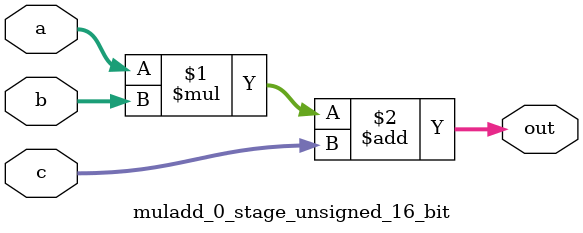
<source format=sv>
(* use_dsp = "yes" *) module muladd_0_stage_unsigned_16_bit(
	input  [15:0] a,
	input  [15:0] b,
	input  [15:0] c,
	output [15:0] out
	);

	assign out = (a * b) + c;
endmodule

</source>
